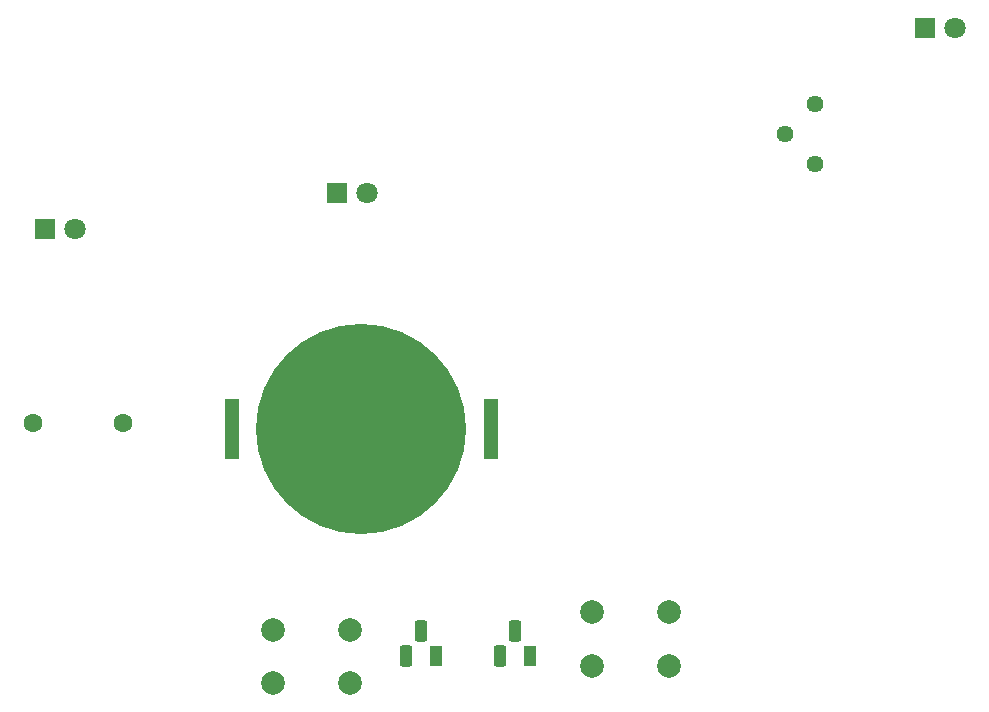
<source format=gbr>
%TF.GenerationSoftware,KiCad,Pcbnew,9.0.2*%
%TF.CreationDate,2025-05-13T19:13:25+05:30*%
%TF.ProjectId,transisted,7472616e-7369-4737-9465-642e6b696361,rev?*%
%TF.SameCoordinates,Original*%
%TF.FileFunction,Soldermask,Bot*%
%TF.FilePolarity,Negative*%
%FSLAX46Y46*%
G04 Gerber Fmt 4.6, Leading zero omitted, Abs format (unit mm)*
G04 Created by KiCad (PCBNEW 9.0.2) date 2025-05-13 19:13:25*
%MOMM*%
%LPD*%
G01*
G04 APERTURE LIST*
G04 Aperture macros list*
%AMRoundRect*
0 Rectangle with rounded corners*
0 $1 Rounding radius*
0 $2 $3 $4 $5 $6 $7 $8 $9 X,Y pos of 4 corners*
0 Add a 4 corners polygon primitive as box body*
4,1,4,$2,$3,$4,$5,$6,$7,$8,$9,$2,$3,0*
0 Add four circle primitives for the rounded corners*
1,1,$1+$1,$2,$3*
1,1,$1+$1,$4,$5*
1,1,$1+$1,$6,$7*
1,1,$1+$1,$8,$9*
0 Add four rect primitives between the rounded corners*
20,1,$1+$1,$2,$3,$4,$5,0*
20,1,$1+$1,$4,$5,$6,$7,0*
20,1,$1+$1,$6,$7,$8,$9,0*
20,1,$1+$1,$8,$9,$2,$3,0*%
G04 Aperture macros list end*
%ADD10C,2.000000*%
%ADD11C,1.440000*%
%ADD12C,1.600000*%
%ADD13R,1.100000X1.800000*%
%ADD14RoundRect,0.275000X0.275000X0.625000X-0.275000X0.625000X-0.275000X-0.625000X0.275000X-0.625000X0*%
%ADD15R,1.800000X1.800000*%
%ADD16C,1.800000*%
%ADD17R,1.270000X5.080000*%
%ADD18C,17.800000*%
G04 APERTURE END LIST*
D10*
%TO.C,SW2*%
X77000000Y-103500000D03*
X70500000Y-103500000D03*
X77000000Y-108000000D03*
X70500000Y-108000000D03*
%TD*%
%TO.C,SW1*%
X104000000Y-102000000D03*
X97500000Y-102000000D03*
X104000000Y-106500000D03*
X97500000Y-106500000D03*
%TD*%
D11*
%TO.C,RV1*%
X116440000Y-64040000D03*
X113900000Y-61500000D03*
X116440000Y-58960000D03*
%TD*%
D12*
%TO.C,R1*%
X57810000Y-86000000D03*
X50190000Y-86000000D03*
%TD*%
D13*
%TO.C,Q2*%
X84270000Y-105670000D03*
D14*
X83000000Y-103600000D03*
X81730000Y-105670000D03*
%TD*%
D13*
%TO.C,Q1*%
X92270000Y-105670000D03*
D14*
X91000000Y-103600000D03*
X89730000Y-105670000D03*
%TD*%
D15*
%TO.C,D3*%
X125725000Y-52500000D03*
D16*
X128265000Y-52500000D03*
%TD*%
D15*
%TO.C,D2*%
X51225000Y-69500000D03*
D16*
X53765000Y-69500000D03*
%TD*%
D15*
%TO.C,D1*%
X75960000Y-66500000D03*
D16*
X78500000Y-66500000D03*
%TD*%
D17*
%TO.C,BT1*%
X88970000Y-86500000D03*
X67000000Y-86500000D03*
D18*
X77985000Y-86500000D03*
%TD*%
M02*

</source>
